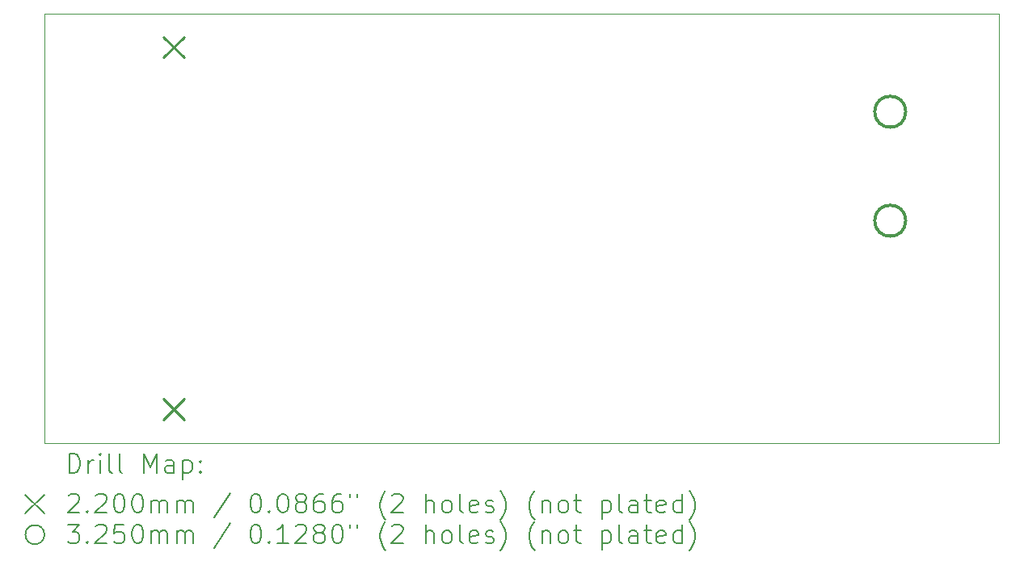
<source format=gbr>
%TF.GenerationSoftware,KiCad,Pcbnew,8.0.1*%
%TF.CreationDate,2024-04-14T22:29:58+02:00*%
%TF.ProjectId,ETH16CDAQ1,45544831-3643-4444-9151-312e6b696361,rev?*%
%TF.SameCoordinates,Original*%
%TF.FileFunction,Drillmap*%
%TF.FilePolarity,Positive*%
%FSLAX45Y45*%
G04 Gerber Fmt 4.5, Leading zero omitted, Abs format (unit mm)*
G04 Created by KiCad (PCBNEW 8.0.1) date 2024-04-14 22:29:58*
%MOMM*%
%LPD*%
G01*
G04 APERTURE LIST*
%ADD10C,0.050000*%
%ADD11C,0.200000*%
%ADD12C,0.220000*%
%ADD13C,0.325000*%
G04 APERTURE END LIST*
D10*
X10000000Y-7800000D02*
X20000000Y-7800000D01*
X20000000Y-12300000D01*
X10000000Y-12300000D01*
X10000000Y-7800000D01*
D11*
D12*
X11240000Y-8040000D02*
X11460000Y-8260000D01*
X11460000Y-8040000D02*
X11240000Y-8260000D01*
X11240000Y-11840000D02*
X11460000Y-12060000D01*
X11460000Y-11840000D02*
X11240000Y-12060000D01*
D13*
X19020500Y-8826500D02*
G75*
G02*
X18695500Y-8826500I-162500J0D01*
G01*
X18695500Y-8826500D02*
G75*
G02*
X19020500Y-8826500I162500J0D01*
G01*
X19020500Y-9969500D02*
G75*
G02*
X18695500Y-9969500I-162500J0D01*
G01*
X18695500Y-9969500D02*
G75*
G02*
X19020500Y-9969500I162500J0D01*
G01*
D11*
X10258277Y-12613984D02*
X10258277Y-12413984D01*
X10258277Y-12413984D02*
X10305896Y-12413984D01*
X10305896Y-12413984D02*
X10334467Y-12423508D01*
X10334467Y-12423508D02*
X10353515Y-12442555D01*
X10353515Y-12442555D02*
X10363039Y-12461603D01*
X10363039Y-12461603D02*
X10372563Y-12499698D01*
X10372563Y-12499698D02*
X10372563Y-12528269D01*
X10372563Y-12528269D02*
X10363039Y-12566365D01*
X10363039Y-12566365D02*
X10353515Y-12585412D01*
X10353515Y-12585412D02*
X10334467Y-12604460D01*
X10334467Y-12604460D02*
X10305896Y-12613984D01*
X10305896Y-12613984D02*
X10258277Y-12613984D01*
X10458277Y-12613984D02*
X10458277Y-12480650D01*
X10458277Y-12518746D02*
X10467801Y-12499698D01*
X10467801Y-12499698D02*
X10477324Y-12490174D01*
X10477324Y-12490174D02*
X10496372Y-12480650D01*
X10496372Y-12480650D02*
X10515420Y-12480650D01*
X10582086Y-12613984D02*
X10582086Y-12480650D01*
X10582086Y-12413984D02*
X10572563Y-12423508D01*
X10572563Y-12423508D02*
X10582086Y-12433031D01*
X10582086Y-12433031D02*
X10591610Y-12423508D01*
X10591610Y-12423508D02*
X10582086Y-12413984D01*
X10582086Y-12413984D02*
X10582086Y-12433031D01*
X10705896Y-12613984D02*
X10686848Y-12604460D01*
X10686848Y-12604460D02*
X10677324Y-12585412D01*
X10677324Y-12585412D02*
X10677324Y-12413984D01*
X10810658Y-12613984D02*
X10791610Y-12604460D01*
X10791610Y-12604460D02*
X10782086Y-12585412D01*
X10782086Y-12585412D02*
X10782086Y-12413984D01*
X11039229Y-12613984D02*
X11039229Y-12413984D01*
X11039229Y-12413984D02*
X11105896Y-12556841D01*
X11105896Y-12556841D02*
X11172563Y-12413984D01*
X11172563Y-12413984D02*
X11172563Y-12613984D01*
X11353515Y-12613984D02*
X11353515Y-12509222D01*
X11353515Y-12509222D02*
X11343991Y-12490174D01*
X11343991Y-12490174D02*
X11324943Y-12480650D01*
X11324943Y-12480650D02*
X11286848Y-12480650D01*
X11286848Y-12480650D02*
X11267801Y-12490174D01*
X11353515Y-12604460D02*
X11334467Y-12613984D01*
X11334467Y-12613984D02*
X11286848Y-12613984D01*
X11286848Y-12613984D02*
X11267801Y-12604460D01*
X11267801Y-12604460D02*
X11258277Y-12585412D01*
X11258277Y-12585412D02*
X11258277Y-12566365D01*
X11258277Y-12566365D02*
X11267801Y-12547317D01*
X11267801Y-12547317D02*
X11286848Y-12537793D01*
X11286848Y-12537793D02*
X11334467Y-12537793D01*
X11334467Y-12537793D02*
X11353515Y-12528269D01*
X11448753Y-12480650D02*
X11448753Y-12680650D01*
X11448753Y-12490174D02*
X11467801Y-12480650D01*
X11467801Y-12480650D02*
X11505896Y-12480650D01*
X11505896Y-12480650D02*
X11524943Y-12490174D01*
X11524943Y-12490174D02*
X11534467Y-12499698D01*
X11534467Y-12499698D02*
X11543991Y-12518746D01*
X11543991Y-12518746D02*
X11543991Y-12575888D01*
X11543991Y-12575888D02*
X11534467Y-12594936D01*
X11534467Y-12594936D02*
X11524943Y-12604460D01*
X11524943Y-12604460D02*
X11505896Y-12613984D01*
X11505896Y-12613984D02*
X11467801Y-12613984D01*
X11467801Y-12613984D02*
X11448753Y-12604460D01*
X11629705Y-12594936D02*
X11639229Y-12604460D01*
X11639229Y-12604460D02*
X11629705Y-12613984D01*
X11629705Y-12613984D02*
X11620182Y-12604460D01*
X11620182Y-12604460D02*
X11629705Y-12594936D01*
X11629705Y-12594936D02*
X11629705Y-12613984D01*
X11629705Y-12490174D02*
X11639229Y-12499698D01*
X11639229Y-12499698D02*
X11629705Y-12509222D01*
X11629705Y-12509222D02*
X11620182Y-12499698D01*
X11620182Y-12499698D02*
X11629705Y-12490174D01*
X11629705Y-12490174D02*
X11629705Y-12509222D01*
X9797500Y-12842500D02*
X9997500Y-13042500D01*
X9997500Y-12842500D02*
X9797500Y-13042500D01*
X10248753Y-12853031D02*
X10258277Y-12843508D01*
X10258277Y-12843508D02*
X10277324Y-12833984D01*
X10277324Y-12833984D02*
X10324944Y-12833984D01*
X10324944Y-12833984D02*
X10343991Y-12843508D01*
X10343991Y-12843508D02*
X10353515Y-12853031D01*
X10353515Y-12853031D02*
X10363039Y-12872079D01*
X10363039Y-12872079D02*
X10363039Y-12891127D01*
X10363039Y-12891127D02*
X10353515Y-12919698D01*
X10353515Y-12919698D02*
X10239229Y-13033984D01*
X10239229Y-13033984D02*
X10363039Y-13033984D01*
X10448753Y-13014936D02*
X10458277Y-13024460D01*
X10458277Y-13024460D02*
X10448753Y-13033984D01*
X10448753Y-13033984D02*
X10439229Y-13024460D01*
X10439229Y-13024460D02*
X10448753Y-13014936D01*
X10448753Y-13014936D02*
X10448753Y-13033984D01*
X10534467Y-12853031D02*
X10543991Y-12843508D01*
X10543991Y-12843508D02*
X10563039Y-12833984D01*
X10563039Y-12833984D02*
X10610658Y-12833984D01*
X10610658Y-12833984D02*
X10629705Y-12843508D01*
X10629705Y-12843508D02*
X10639229Y-12853031D01*
X10639229Y-12853031D02*
X10648753Y-12872079D01*
X10648753Y-12872079D02*
X10648753Y-12891127D01*
X10648753Y-12891127D02*
X10639229Y-12919698D01*
X10639229Y-12919698D02*
X10524944Y-13033984D01*
X10524944Y-13033984D02*
X10648753Y-13033984D01*
X10772563Y-12833984D02*
X10791610Y-12833984D01*
X10791610Y-12833984D02*
X10810658Y-12843508D01*
X10810658Y-12843508D02*
X10820182Y-12853031D01*
X10820182Y-12853031D02*
X10829705Y-12872079D01*
X10829705Y-12872079D02*
X10839229Y-12910174D01*
X10839229Y-12910174D02*
X10839229Y-12957793D01*
X10839229Y-12957793D02*
X10829705Y-12995888D01*
X10829705Y-12995888D02*
X10820182Y-13014936D01*
X10820182Y-13014936D02*
X10810658Y-13024460D01*
X10810658Y-13024460D02*
X10791610Y-13033984D01*
X10791610Y-13033984D02*
X10772563Y-13033984D01*
X10772563Y-13033984D02*
X10753515Y-13024460D01*
X10753515Y-13024460D02*
X10743991Y-13014936D01*
X10743991Y-13014936D02*
X10734467Y-12995888D01*
X10734467Y-12995888D02*
X10724944Y-12957793D01*
X10724944Y-12957793D02*
X10724944Y-12910174D01*
X10724944Y-12910174D02*
X10734467Y-12872079D01*
X10734467Y-12872079D02*
X10743991Y-12853031D01*
X10743991Y-12853031D02*
X10753515Y-12843508D01*
X10753515Y-12843508D02*
X10772563Y-12833984D01*
X10963039Y-12833984D02*
X10982086Y-12833984D01*
X10982086Y-12833984D02*
X11001134Y-12843508D01*
X11001134Y-12843508D02*
X11010658Y-12853031D01*
X11010658Y-12853031D02*
X11020182Y-12872079D01*
X11020182Y-12872079D02*
X11029705Y-12910174D01*
X11029705Y-12910174D02*
X11029705Y-12957793D01*
X11029705Y-12957793D02*
X11020182Y-12995888D01*
X11020182Y-12995888D02*
X11010658Y-13014936D01*
X11010658Y-13014936D02*
X11001134Y-13024460D01*
X11001134Y-13024460D02*
X10982086Y-13033984D01*
X10982086Y-13033984D02*
X10963039Y-13033984D01*
X10963039Y-13033984D02*
X10943991Y-13024460D01*
X10943991Y-13024460D02*
X10934467Y-13014936D01*
X10934467Y-13014936D02*
X10924944Y-12995888D01*
X10924944Y-12995888D02*
X10915420Y-12957793D01*
X10915420Y-12957793D02*
X10915420Y-12910174D01*
X10915420Y-12910174D02*
X10924944Y-12872079D01*
X10924944Y-12872079D02*
X10934467Y-12853031D01*
X10934467Y-12853031D02*
X10943991Y-12843508D01*
X10943991Y-12843508D02*
X10963039Y-12833984D01*
X11115420Y-13033984D02*
X11115420Y-12900650D01*
X11115420Y-12919698D02*
X11124944Y-12910174D01*
X11124944Y-12910174D02*
X11143991Y-12900650D01*
X11143991Y-12900650D02*
X11172563Y-12900650D01*
X11172563Y-12900650D02*
X11191610Y-12910174D01*
X11191610Y-12910174D02*
X11201134Y-12929222D01*
X11201134Y-12929222D02*
X11201134Y-13033984D01*
X11201134Y-12929222D02*
X11210658Y-12910174D01*
X11210658Y-12910174D02*
X11229705Y-12900650D01*
X11229705Y-12900650D02*
X11258277Y-12900650D01*
X11258277Y-12900650D02*
X11277324Y-12910174D01*
X11277324Y-12910174D02*
X11286848Y-12929222D01*
X11286848Y-12929222D02*
X11286848Y-13033984D01*
X11382086Y-13033984D02*
X11382086Y-12900650D01*
X11382086Y-12919698D02*
X11391610Y-12910174D01*
X11391610Y-12910174D02*
X11410658Y-12900650D01*
X11410658Y-12900650D02*
X11439229Y-12900650D01*
X11439229Y-12900650D02*
X11458277Y-12910174D01*
X11458277Y-12910174D02*
X11467801Y-12929222D01*
X11467801Y-12929222D02*
X11467801Y-13033984D01*
X11467801Y-12929222D02*
X11477324Y-12910174D01*
X11477324Y-12910174D02*
X11496372Y-12900650D01*
X11496372Y-12900650D02*
X11524943Y-12900650D01*
X11524943Y-12900650D02*
X11543991Y-12910174D01*
X11543991Y-12910174D02*
X11553515Y-12929222D01*
X11553515Y-12929222D02*
X11553515Y-13033984D01*
X11943991Y-12824460D02*
X11772563Y-13081603D01*
X12201134Y-12833984D02*
X12220182Y-12833984D01*
X12220182Y-12833984D02*
X12239229Y-12843508D01*
X12239229Y-12843508D02*
X12248753Y-12853031D01*
X12248753Y-12853031D02*
X12258277Y-12872079D01*
X12258277Y-12872079D02*
X12267801Y-12910174D01*
X12267801Y-12910174D02*
X12267801Y-12957793D01*
X12267801Y-12957793D02*
X12258277Y-12995888D01*
X12258277Y-12995888D02*
X12248753Y-13014936D01*
X12248753Y-13014936D02*
X12239229Y-13024460D01*
X12239229Y-13024460D02*
X12220182Y-13033984D01*
X12220182Y-13033984D02*
X12201134Y-13033984D01*
X12201134Y-13033984D02*
X12182086Y-13024460D01*
X12182086Y-13024460D02*
X12172563Y-13014936D01*
X12172563Y-13014936D02*
X12163039Y-12995888D01*
X12163039Y-12995888D02*
X12153515Y-12957793D01*
X12153515Y-12957793D02*
X12153515Y-12910174D01*
X12153515Y-12910174D02*
X12163039Y-12872079D01*
X12163039Y-12872079D02*
X12172563Y-12853031D01*
X12172563Y-12853031D02*
X12182086Y-12843508D01*
X12182086Y-12843508D02*
X12201134Y-12833984D01*
X12353515Y-13014936D02*
X12363039Y-13024460D01*
X12363039Y-13024460D02*
X12353515Y-13033984D01*
X12353515Y-13033984D02*
X12343991Y-13024460D01*
X12343991Y-13024460D02*
X12353515Y-13014936D01*
X12353515Y-13014936D02*
X12353515Y-13033984D01*
X12486848Y-12833984D02*
X12505896Y-12833984D01*
X12505896Y-12833984D02*
X12524944Y-12843508D01*
X12524944Y-12843508D02*
X12534467Y-12853031D01*
X12534467Y-12853031D02*
X12543991Y-12872079D01*
X12543991Y-12872079D02*
X12553515Y-12910174D01*
X12553515Y-12910174D02*
X12553515Y-12957793D01*
X12553515Y-12957793D02*
X12543991Y-12995888D01*
X12543991Y-12995888D02*
X12534467Y-13014936D01*
X12534467Y-13014936D02*
X12524944Y-13024460D01*
X12524944Y-13024460D02*
X12505896Y-13033984D01*
X12505896Y-13033984D02*
X12486848Y-13033984D01*
X12486848Y-13033984D02*
X12467801Y-13024460D01*
X12467801Y-13024460D02*
X12458277Y-13014936D01*
X12458277Y-13014936D02*
X12448753Y-12995888D01*
X12448753Y-12995888D02*
X12439229Y-12957793D01*
X12439229Y-12957793D02*
X12439229Y-12910174D01*
X12439229Y-12910174D02*
X12448753Y-12872079D01*
X12448753Y-12872079D02*
X12458277Y-12853031D01*
X12458277Y-12853031D02*
X12467801Y-12843508D01*
X12467801Y-12843508D02*
X12486848Y-12833984D01*
X12667801Y-12919698D02*
X12648753Y-12910174D01*
X12648753Y-12910174D02*
X12639229Y-12900650D01*
X12639229Y-12900650D02*
X12629706Y-12881603D01*
X12629706Y-12881603D02*
X12629706Y-12872079D01*
X12629706Y-12872079D02*
X12639229Y-12853031D01*
X12639229Y-12853031D02*
X12648753Y-12843508D01*
X12648753Y-12843508D02*
X12667801Y-12833984D01*
X12667801Y-12833984D02*
X12705896Y-12833984D01*
X12705896Y-12833984D02*
X12724944Y-12843508D01*
X12724944Y-12843508D02*
X12734467Y-12853031D01*
X12734467Y-12853031D02*
X12743991Y-12872079D01*
X12743991Y-12872079D02*
X12743991Y-12881603D01*
X12743991Y-12881603D02*
X12734467Y-12900650D01*
X12734467Y-12900650D02*
X12724944Y-12910174D01*
X12724944Y-12910174D02*
X12705896Y-12919698D01*
X12705896Y-12919698D02*
X12667801Y-12919698D01*
X12667801Y-12919698D02*
X12648753Y-12929222D01*
X12648753Y-12929222D02*
X12639229Y-12938746D01*
X12639229Y-12938746D02*
X12629706Y-12957793D01*
X12629706Y-12957793D02*
X12629706Y-12995888D01*
X12629706Y-12995888D02*
X12639229Y-13014936D01*
X12639229Y-13014936D02*
X12648753Y-13024460D01*
X12648753Y-13024460D02*
X12667801Y-13033984D01*
X12667801Y-13033984D02*
X12705896Y-13033984D01*
X12705896Y-13033984D02*
X12724944Y-13024460D01*
X12724944Y-13024460D02*
X12734467Y-13014936D01*
X12734467Y-13014936D02*
X12743991Y-12995888D01*
X12743991Y-12995888D02*
X12743991Y-12957793D01*
X12743991Y-12957793D02*
X12734467Y-12938746D01*
X12734467Y-12938746D02*
X12724944Y-12929222D01*
X12724944Y-12929222D02*
X12705896Y-12919698D01*
X12915420Y-12833984D02*
X12877325Y-12833984D01*
X12877325Y-12833984D02*
X12858277Y-12843508D01*
X12858277Y-12843508D02*
X12848753Y-12853031D01*
X12848753Y-12853031D02*
X12829706Y-12881603D01*
X12829706Y-12881603D02*
X12820182Y-12919698D01*
X12820182Y-12919698D02*
X12820182Y-12995888D01*
X12820182Y-12995888D02*
X12829706Y-13014936D01*
X12829706Y-13014936D02*
X12839229Y-13024460D01*
X12839229Y-13024460D02*
X12858277Y-13033984D01*
X12858277Y-13033984D02*
X12896372Y-13033984D01*
X12896372Y-13033984D02*
X12915420Y-13024460D01*
X12915420Y-13024460D02*
X12924944Y-13014936D01*
X12924944Y-13014936D02*
X12934467Y-12995888D01*
X12934467Y-12995888D02*
X12934467Y-12948269D01*
X12934467Y-12948269D02*
X12924944Y-12929222D01*
X12924944Y-12929222D02*
X12915420Y-12919698D01*
X12915420Y-12919698D02*
X12896372Y-12910174D01*
X12896372Y-12910174D02*
X12858277Y-12910174D01*
X12858277Y-12910174D02*
X12839229Y-12919698D01*
X12839229Y-12919698D02*
X12829706Y-12929222D01*
X12829706Y-12929222D02*
X12820182Y-12948269D01*
X13105896Y-12833984D02*
X13067801Y-12833984D01*
X13067801Y-12833984D02*
X13048753Y-12843508D01*
X13048753Y-12843508D02*
X13039229Y-12853031D01*
X13039229Y-12853031D02*
X13020182Y-12881603D01*
X13020182Y-12881603D02*
X13010658Y-12919698D01*
X13010658Y-12919698D02*
X13010658Y-12995888D01*
X13010658Y-12995888D02*
X13020182Y-13014936D01*
X13020182Y-13014936D02*
X13029706Y-13024460D01*
X13029706Y-13024460D02*
X13048753Y-13033984D01*
X13048753Y-13033984D02*
X13086848Y-13033984D01*
X13086848Y-13033984D02*
X13105896Y-13024460D01*
X13105896Y-13024460D02*
X13115420Y-13014936D01*
X13115420Y-13014936D02*
X13124944Y-12995888D01*
X13124944Y-12995888D02*
X13124944Y-12948269D01*
X13124944Y-12948269D02*
X13115420Y-12929222D01*
X13115420Y-12929222D02*
X13105896Y-12919698D01*
X13105896Y-12919698D02*
X13086848Y-12910174D01*
X13086848Y-12910174D02*
X13048753Y-12910174D01*
X13048753Y-12910174D02*
X13029706Y-12919698D01*
X13029706Y-12919698D02*
X13020182Y-12929222D01*
X13020182Y-12929222D02*
X13010658Y-12948269D01*
X13201134Y-12833984D02*
X13201134Y-12872079D01*
X13277325Y-12833984D02*
X13277325Y-12872079D01*
X13572563Y-13110174D02*
X13563039Y-13100650D01*
X13563039Y-13100650D02*
X13543991Y-13072079D01*
X13543991Y-13072079D02*
X13534468Y-13053031D01*
X13534468Y-13053031D02*
X13524944Y-13024460D01*
X13524944Y-13024460D02*
X13515420Y-12976841D01*
X13515420Y-12976841D02*
X13515420Y-12938746D01*
X13515420Y-12938746D02*
X13524944Y-12891127D01*
X13524944Y-12891127D02*
X13534468Y-12862555D01*
X13534468Y-12862555D02*
X13543991Y-12843508D01*
X13543991Y-12843508D02*
X13563039Y-12814936D01*
X13563039Y-12814936D02*
X13572563Y-12805412D01*
X13639229Y-12853031D02*
X13648753Y-12843508D01*
X13648753Y-12843508D02*
X13667801Y-12833984D01*
X13667801Y-12833984D02*
X13715420Y-12833984D01*
X13715420Y-12833984D02*
X13734468Y-12843508D01*
X13734468Y-12843508D02*
X13743991Y-12853031D01*
X13743991Y-12853031D02*
X13753515Y-12872079D01*
X13753515Y-12872079D02*
X13753515Y-12891127D01*
X13753515Y-12891127D02*
X13743991Y-12919698D01*
X13743991Y-12919698D02*
X13629706Y-13033984D01*
X13629706Y-13033984D02*
X13753515Y-13033984D01*
X13991610Y-13033984D02*
X13991610Y-12833984D01*
X14077325Y-13033984D02*
X14077325Y-12929222D01*
X14077325Y-12929222D02*
X14067801Y-12910174D01*
X14067801Y-12910174D02*
X14048753Y-12900650D01*
X14048753Y-12900650D02*
X14020182Y-12900650D01*
X14020182Y-12900650D02*
X14001134Y-12910174D01*
X14001134Y-12910174D02*
X13991610Y-12919698D01*
X14201134Y-13033984D02*
X14182087Y-13024460D01*
X14182087Y-13024460D02*
X14172563Y-13014936D01*
X14172563Y-13014936D02*
X14163039Y-12995888D01*
X14163039Y-12995888D02*
X14163039Y-12938746D01*
X14163039Y-12938746D02*
X14172563Y-12919698D01*
X14172563Y-12919698D02*
X14182087Y-12910174D01*
X14182087Y-12910174D02*
X14201134Y-12900650D01*
X14201134Y-12900650D02*
X14229706Y-12900650D01*
X14229706Y-12900650D02*
X14248753Y-12910174D01*
X14248753Y-12910174D02*
X14258277Y-12919698D01*
X14258277Y-12919698D02*
X14267801Y-12938746D01*
X14267801Y-12938746D02*
X14267801Y-12995888D01*
X14267801Y-12995888D02*
X14258277Y-13014936D01*
X14258277Y-13014936D02*
X14248753Y-13024460D01*
X14248753Y-13024460D02*
X14229706Y-13033984D01*
X14229706Y-13033984D02*
X14201134Y-13033984D01*
X14382087Y-13033984D02*
X14363039Y-13024460D01*
X14363039Y-13024460D02*
X14353515Y-13005412D01*
X14353515Y-13005412D02*
X14353515Y-12833984D01*
X14534468Y-13024460D02*
X14515420Y-13033984D01*
X14515420Y-13033984D02*
X14477325Y-13033984D01*
X14477325Y-13033984D02*
X14458277Y-13024460D01*
X14458277Y-13024460D02*
X14448753Y-13005412D01*
X14448753Y-13005412D02*
X14448753Y-12929222D01*
X14448753Y-12929222D02*
X14458277Y-12910174D01*
X14458277Y-12910174D02*
X14477325Y-12900650D01*
X14477325Y-12900650D02*
X14515420Y-12900650D01*
X14515420Y-12900650D02*
X14534468Y-12910174D01*
X14534468Y-12910174D02*
X14543991Y-12929222D01*
X14543991Y-12929222D02*
X14543991Y-12948269D01*
X14543991Y-12948269D02*
X14448753Y-12967317D01*
X14620182Y-13024460D02*
X14639230Y-13033984D01*
X14639230Y-13033984D02*
X14677325Y-13033984D01*
X14677325Y-13033984D02*
X14696372Y-13024460D01*
X14696372Y-13024460D02*
X14705896Y-13005412D01*
X14705896Y-13005412D02*
X14705896Y-12995888D01*
X14705896Y-12995888D02*
X14696372Y-12976841D01*
X14696372Y-12976841D02*
X14677325Y-12967317D01*
X14677325Y-12967317D02*
X14648753Y-12967317D01*
X14648753Y-12967317D02*
X14629706Y-12957793D01*
X14629706Y-12957793D02*
X14620182Y-12938746D01*
X14620182Y-12938746D02*
X14620182Y-12929222D01*
X14620182Y-12929222D02*
X14629706Y-12910174D01*
X14629706Y-12910174D02*
X14648753Y-12900650D01*
X14648753Y-12900650D02*
X14677325Y-12900650D01*
X14677325Y-12900650D02*
X14696372Y-12910174D01*
X14772563Y-13110174D02*
X14782087Y-13100650D01*
X14782087Y-13100650D02*
X14801134Y-13072079D01*
X14801134Y-13072079D02*
X14810658Y-13053031D01*
X14810658Y-13053031D02*
X14820182Y-13024460D01*
X14820182Y-13024460D02*
X14829706Y-12976841D01*
X14829706Y-12976841D02*
X14829706Y-12938746D01*
X14829706Y-12938746D02*
X14820182Y-12891127D01*
X14820182Y-12891127D02*
X14810658Y-12862555D01*
X14810658Y-12862555D02*
X14801134Y-12843508D01*
X14801134Y-12843508D02*
X14782087Y-12814936D01*
X14782087Y-12814936D02*
X14772563Y-12805412D01*
X15134468Y-13110174D02*
X15124944Y-13100650D01*
X15124944Y-13100650D02*
X15105896Y-13072079D01*
X15105896Y-13072079D02*
X15096372Y-13053031D01*
X15096372Y-13053031D02*
X15086849Y-13024460D01*
X15086849Y-13024460D02*
X15077325Y-12976841D01*
X15077325Y-12976841D02*
X15077325Y-12938746D01*
X15077325Y-12938746D02*
X15086849Y-12891127D01*
X15086849Y-12891127D02*
X15096372Y-12862555D01*
X15096372Y-12862555D02*
X15105896Y-12843508D01*
X15105896Y-12843508D02*
X15124944Y-12814936D01*
X15124944Y-12814936D02*
X15134468Y-12805412D01*
X15210658Y-12900650D02*
X15210658Y-13033984D01*
X15210658Y-12919698D02*
X15220182Y-12910174D01*
X15220182Y-12910174D02*
X15239230Y-12900650D01*
X15239230Y-12900650D02*
X15267801Y-12900650D01*
X15267801Y-12900650D02*
X15286849Y-12910174D01*
X15286849Y-12910174D02*
X15296372Y-12929222D01*
X15296372Y-12929222D02*
X15296372Y-13033984D01*
X15420182Y-13033984D02*
X15401134Y-13024460D01*
X15401134Y-13024460D02*
X15391611Y-13014936D01*
X15391611Y-13014936D02*
X15382087Y-12995888D01*
X15382087Y-12995888D02*
X15382087Y-12938746D01*
X15382087Y-12938746D02*
X15391611Y-12919698D01*
X15391611Y-12919698D02*
X15401134Y-12910174D01*
X15401134Y-12910174D02*
X15420182Y-12900650D01*
X15420182Y-12900650D02*
X15448753Y-12900650D01*
X15448753Y-12900650D02*
X15467801Y-12910174D01*
X15467801Y-12910174D02*
X15477325Y-12919698D01*
X15477325Y-12919698D02*
X15486849Y-12938746D01*
X15486849Y-12938746D02*
X15486849Y-12995888D01*
X15486849Y-12995888D02*
X15477325Y-13014936D01*
X15477325Y-13014936D02*
X15467801Y-13024460D01*
X15467801Y-13024460D02*
X15448753Y-13033984D01*
X15448753Y-13033984D02*
X15420182Y-13033984D01*
X15543992Y-12900650D02*
X15620182Y-12900650D01*
X15572563Y-12833984D02*
X15572563Y-13005412D01*
X15572563Y-13005412D02*
X15582087Y-13024460D01*
X15582087Y-13024460D02*
X15601134Y-13033984D01*
X15601134Y-13033984D02*
X15620182Y-13033984D01*
X15839230Y-12900650D02*
X15839230Y-13100650D01*
X15839230Y-12910174D02*
X15858277Y-12900650D01*
X15858277Y-12900650D02*
X15896373Y-12900650D01*
X15896373Y-12900650D02*
X15915420Y-12910174D01*
X15915420Y-12910174D02*
X15924944Y-12919698D01*
X15924944Y-12919698D02*
X15934468Y-12938746D01*
X15934468Y-12938746D02*
X15934468Y-12995888D01*
X15934468Y-12995888D02*
X15924944Y-13014936D01*
X15924944Y-13014936D02*
X15915420Y-13024460D01*
X15915420Y-13024460D02*
X15896373Y-13033984D01*
X15896373Y-13033984D02*
X15858277Y-13033984D01*
X15858277Y-13033984D02*
X15839230Y-13024460D01*
X16048753Y-13033984D02*
X16029706Y-13024460D01*
X16029706Y-13024460D02*
X16020182Y-13005412D01*
X16020182Y-13005412D02*
X16020182Y-12833984D01*
X16210658Y-13033984D02*
X16210658Y-12929222D01*
X16210658Y-12929222D02*
X16201134Y-12910174D01*
X16201134Y-12910174D02*
X16182087Y-12900650D01*
X16182087Y-12900650D02*
X16143992Y-12900650D01*
X16143992Y-12900650D02*
X16124944Y-12910174D01*
X16210658Y-13024460D02*
X16191611Y-13033984D01*
X16191611Y-13033984D02*
X16143992Y-13033984D01*
X16143992Y-13033984D02*
X16124944Y-13024460D01*
X16124944Y-13024460D02*
X16115420Y-13005412D01*
X16115420Y-13005412D02*
X16115420Y-12986365D01*
X16115420Y-12986365D02*
X16124944Y-12967317D01*
X16124944Y-12967317D02*
X16143992Y-12957793D01*
X16143992Y-12957793D02*
X16191611Y-12957793D01*
X16191611Y-12957793D02*
X16210658Y-12948269D01*
X16277325Y-12900650D02*
X16353515Y-12900650D01*
X16305896Y-12833984D02*
X16305896Y-13005412D01*
X16305896Y-13005412D02*
X16315420Y-13024460D01*
X16315420Y-13024460D02*
X16334468Y-13033984D01*
X16334468Y-13033984D02*
X16353515Y-13033984D01*
X16496373Y-13024460D02*
X16477325Y-13033984D01*
X16477325Y-13033984D02*
X16439230Y-13033984D01*
X16439230Y-13033984D02*
X16420182Y-13024460D01*
X16420182Y-13024460D02*
X16410658Y-13005412D01*
X16410658Y-13005412D02*
X16410658Y-12929222D01*
X16410658Y-12929222D02*
X16420182Y-12910174D01*
X16420182Y-12910174D02*
X16439230Y-12900650D01*
X16439230Y-12900650D02*
X16477325Y-12900650D01*
X16477325Y-12900650D02*
X16496373Y-12910174D01*
X16496373Y-12910174D02*
X16505896Y-12929222D01*
X16505896Y-12929222D02*
X16505896Y-12948269D01*
X16505896Y-12948269D02*
X16410658Y-12967317D01*
X16677325Y-13033984D02*
X16677325Y-12833984D01*
X16677325Y-13024460D02*
X16658277Y-13033984D01*
X16658277Y-13033984D02*
X16620182Y-13033984D01*
X16620182Y-13033984D02*
X16601134Y-13024460D01*
X16601134Y-13024460D02*
X16591611Y-13014936D01*
X16591611Y-13014936D02*
X16582087Y-12995888D01*
X16582087Y-12995888D02*
X16582087Y-12938746D01*
X16582087Y-12938746D02*
X16591611Y-12919698D01*
X16591611Y-12919698D02*
X16601134Y-12910174D01*
X16601134Y-12910174D02*
X16620182Y-12900650D01*
X16620182Y-12900650D02*
X16658277Y-12900650D01*
X16658277Y-12900650D02*
X16677325Y-12910174D01*
X16753515Y-13110174D02*
X16763039Y-13100650D01*
X16763039Y-13100650D02*
X16782087Y-13072079D01*
X16782087Y-13072079D02*
X16791611Y-13053031D01*
X16791611Y-13053031D02*
X16801135Y-13024460D01*
X16801135Y-13024460D02*
X16810658Y-12976841D01*
X16810658Y-12976841D02*
X16810658Y-12938746D01*
X16810658Y-12938746D02*
X16801135Y-12891127D01*
X16801135Y-12891127D02*
X16791611Y-12862555D01*
X16791611Y-12862555D02*
X16782087Y-12843508D01*
X16782087Y-12843508D02*
X16763039Y-12814936D01*
X16763039Y-12814936D02*
X16753515Y-12805412D01*
X9997500Y-13262500D02*
G75*
G02*
X9797500Y-13262500I-100000J0D01*
G01*
X9797500Y-13262500D02*
G75*
G02*
X9997500Y-13262500I100000J0D01*
G01*
X10239229Y-13153984D02*
X10363039Y-13153984D01*
X10363039Y-13153984D02*
X10296372Y-13230174D01*
X10296372Y-13230174D02*
X10324944Y-13230174D01*
X10324944Y-13230174D02*
X10343991Y-13239698D01*
X10343991Y-13239698D02*
X10353515Y-13249222D01*
X10353515Y-13249222D02*
X10363039Y-13268269D01*
X10363039Y-13268269D02*
X10363039Y-13315888D01*
X10363039Y-13315888D02*
X10353515Y-13334936D01*
X10353515Y-13334936D02*
X10343991Y-13344460D01*
X10343991Y-13344460D02*
X10324944Y-13353984D01*
X10324944Y-13353984D02*
X10267801Y-13353984D01*
X10267801Y-13353984D02*
X10248753Y-13344460D01*
X10248753Y-13344460D02*
X10239229Y-13334936D01*
X10448753Y-13334936D02*
X10458277Y-13344460D01*
X10458277Y-13344460D02*
X10448753Y-13353984D01*
X10448753Y-13353984D02*
X10439229Y-13344460D01*
X10439229Y-13344460D02*
X10448753Y-13334936D01*
X10448753Y-13334936D02*
X10448753Y-13353984D01*
X10534467Y-13173031D02*
X10543991Y-13163508D01*
X10543991Y-13163508D02*
X10563039Y-13153984D01*
X10563039Y-13153984D02*
X10610658Y-13153984D01*
X10610658Y-13153984D02*
X10629705Y-13163508D01*
X10629705Y-13163508D02*
X10639229Y-13173031D01*
X10639229Y-13173031D02*
X10648753Y-13192079D01*
X10648753Y-13192079D02*
X10648753Y-13211127D01*
X10648753Y-13211127D02*
X10639229Y-13239698D01*
X10639229Y-13239698D02*
X10524944Y-13353984D01*
X10524944Y-13353984D02*
X10648753Y-13353984D01*
X10829705Y-13153984D02*
X10734467Y-13153984D01*
X10734467Y-13153984D02*
X10724944Y-13249222D01*
X10724944Y-13249222D02*
X10734467Y-13239698D01*
X10734467Y-13239698D02*
X10753515Y-13230174D01*
X10753515Y-13230174D02*
X10801134Y-13230174D01*
X10801134Y-13230174D02*
X10820182Y-13239698D01*
X10820182Y-13239698D02*
X10829705Y-13249222D01*
X10829705Y-13249222D02*
X10839229Y-13268269D01*
X10839229Y-13268269D02*
X10839229Y-13315888D01*
X10839229Y-13315888D02*
X10829705Y-13334936D01*
X10829705Y-13334936D02*
X10820182Y-13344460D01*
X10820182Y-13344460D02*
X10801134Y-13353984D01*
X10801134Y-13353984D02*
X10753515Y-13353984D01*
X10753515Y-13353984D02*
X10734467Y-13344460D01*
X10734467Y-13344460D02*
X10724944Y-13334936D01*
X10963039Y-13153984D02*
X10982086Y-13153984D01*
X10982086Y-13153984D02*
X11001134Y-13163508D01*
X11001134Y-13163508D02*
X11010658Y-13173031D01*
X11010658Y-13173031D02*
X11020182Y-13192079D01*
X11020182Y-13192079D02*
X11029705Y-13230174D01*
X11029705Y-13230174D02*
X11029705Y-13277793D01*
X11029705Y-13277793D02*
X11020182Y-13315888D01*
X11020182Y-13315888D02*
X11010658Y-13334936D01*
X11010658Y-13334936D02*
X11001134Y-13344460D01*
X11001134Y-13344460D02*
X10982086Y-13353984D01*
X10982086Y-13353984D02*
X10963039Y-13353984D01*
X10963039Y-13353984D02*
X10943991Y-13344460D01*
X10943991Y-13344460D02*
X10934467Y-13334936D01*
X10934467Y-13334936D02*
X10924944Y-13315888D01*
X10924944Y-13315888D02*
X10915420Y-13277793D01*
X10915420Y-13277793D02*
X10915420Y-13230174D01*
X10915420Y-13230174D02*
X10924944Y-13192079D01*
X10924944Y-13192079D02*
X10934467Y-13173031D01*
X10934467Y-13173031D02*
X10943991Y-13163508D01*
X10943991Y-13163508D02*
X10963039Y-13153984D01*
X11115420Y-13353984D02*
X11115420Y-13220650D01*
X11115420Y-13239698D02*
X11124944Y-13230174D01*
X11124944Y-13230174D02*
X11143991Y-13220650D01*
X11143991Y-13220650D02*
X11172563Y-13220650D01*
X11172563Y-13220650D02*
X11191610Y-13230174D01*
X11191610Y-13230174D02*
X11201134Y-13249222D01*
X11201134Y-13249222D02*
X11201134Y-13353984D01*
X11201134Y-13249222D02*
X11210658Y-13230174D01*
X11210658Y-13230174D02*
X11229705Y-13220650D01*
X11229705Y-13220650D02*
X11258277Y-13220650D01*
X11258277Y-13220650D02*
X11277324Y-13230174D01*
X11277324Y-13230174D02*
X11286848Y-13249222D01*
X11286848Y-13249222D02*
X11286848Y-13353984D01*
X11382086Y-13353984D02*
X11382086Y-13220650D01*
X11382086Y-13239698D02*
X11391610Y-13230174D01*
X11391610Y-13230174D02*
X11410658Y-13220650D01*
X11410658Y-13220650D02*
X11439229Y-13220650D01*
X11439229Y-13220650D02*
X11458277Y-13230174D01*
X11458277Y-13230174D02*
X11467801Y-13249222D01*
X11467801Y-13249222D02*
X11467801Y-13353984D01*
X11467801Y-13249222D02*
X11477324Y-13230174D01*
X11477324Y-13230174D02*
X11496372Y-13220650D01*
X11496372Y-13220650D02*
X11524943Y-13220650D01*
X11524943Y-13220650D02*
X11543991Y-13230174D01*
X11543991Y-13230174D02*
X11553515Y-13249222D01*
X11553515Y-13249222D02*
X11553515Y-13353984D01*
X11943991Y-13144460D02*
X11772563Y-13401603D01*
X12201134Y-13153984D02*
X12220182Y-13153984D01*
X12220182Y-13153984D02*
X12239229Y-13163508D01*
X12239229Y-13163508D02*
X12248753Y-13173031D01*
X12248753Y-13173031D02*
X12258277Y-13192079D01*
X12258277Y-13192079D02*
X12267801Y-13230174D01*
X12267801Y-13230174D02*
X12267801Y-13277793D01*
X12267801Y-13277793D02*
X12258277Y-13315888D01*
X12258277Y-13315888D02*
X12248753Y-13334936D01*
X12248753Y-13334936D02*
X12239229Y-13344460D01*
X12239229Y-13344460D02*
X12220182Y-13353984D01*
X12220182Y-13353984D02*
X12201134Y-13353984D01*
X12201134Y-13353984D02*
X12182086Y-13344460D01*
X12182086Y-13344460D02*
X12172563Y-13334936D01*
X12172563Y-13334936D02*
X12163039Y-13315888D01*
X12163039Y-13315888D02*
X12153515Y-13277793D01*
X12153515Y-13277793D02*
X12153515Y-13230174D01*
X12153515Y-13230174D02*
X12163039Y-13192079D01*
X12163039Y-13192079D02*
X12172563Y-13173031D01*
X12172563Y-13173031D02*
X12182086Y-13163508D01*
X12182086Y-13163508D02*
X12201134Y-13153984D01*
X12353515Y-13334936D02*
X12363039Y-13344460D01*
X12363039Y-13344460D02*
X12353515Y-13353984D01*
X12353515Y-13353984D02*
X12343991Y-13344460D01*
X12343991Y-13344460D02*
X12353515Y-13334936D01*
X12353515Y-13334936D02*
X12353515Y-13353984D01*
X12553515Y-13353984D02*
X12439229Y-13353984D01*
X12496372Y-13353984D02*
X12496372Y-13153984D01*
X12496372Y-13153984D02*
X12477325Y-13182555D01*
X12477325Y-13182555D02*
X12458277Y-13201603D01*
X12458277Y-13201603D02*
X12439229Y-13211127D01*
X12629706Y-13173031D02*
X12639229Y-13163508D01*
X12639229Y-13163508D02*
X12658277Y-13153984D01*
X12658277Y-13153984D02*
X12705896Y-13153984D01*
X12705896Y-13153984D02*
X12724944Y-13163508D01*
X12724944Y-13163508D02*
X12734467Y-13173031D01*
X12734467Y-13173031D02*
X12743991Y-13192079D01*
X12743991Y-13192079D02*
X12743991Y-13211127D01*
X12743991Y-13211127D02*
X12734467Y-13239698D01*
X12734467Y-13239698D02*
X12620182Y-13353984D01*
X12620182Y-13353984D02*
X12743991Y-13353984D01*
X12858277Y-13239698D02*
X12839229Y-13230174D01*
X12839229Y-13230174D02*
X12829706Y-13220650D01*
X12829706Y-13220650D02*
X12820182Y-13201603D01*
X12820182Y-13201603D02*
X12820182Y-13192079D01*
X12820182Y-13192079D02*
X12829706Y-13173031D01*
X12829706Y-13173031D02*
X12839229Y-13163508D01*
X12839229Y-13163508D02*
X12858277Y-13153984D01*
X12858277Y-13153984D02*
X12896372Y-13153984D01*
X12896372Y-13153984D02*
X12915420Y-13163508D01*
X12915420Y-13163508D02*
X12924944Y-13173031D01*
X12924944Y-13173031D02*
X12934467Y-13192079D01*
X12934467Y-13192079D02*
X12934467Y-13201603D01*
X12934467Y-13201603D02*
X12924944Y-13220650D01*
X12924944Y-13220650D02*
X12915420Y-13230174D01*
X12915420Y-13230174D02*
X12896372Y-13239698D01*
X12896372Y-13239698D02*
X12858277Y-13239698D01*
X12858277Y-13239698D02*
X12839229Y-13249222D01*
X12839229Y-13249222D02*
X12829706Y-13258746D01*
X12829706Y-13258746D02*
X12820182Y-13277793D01*
X12820182Y-13277793D02*
X12820182Y-13315888D01*
X12820182Y-13315888D02*
X12829706Y-13334936D01*
X12829706Y-13334936D02*
X12839229Y-13344460D01*
X12839229Y-13344460D02*
X12858277Y-13353984D01*
X12858277Y-13353984D02*
X12896372Y-13353984D01*
X12896372Y-13353984D02*
X12915420Y-13344460D01*
X12915420Y-13344460D02*
X12924944Y-13334936D01*
X12924944Y-13334936D02*
X12934467Y-13315888D01*
X12934467Y-13315888D02*
X12934467Y-13277793D01*
X12934467Y-13277793D02*
X12924944Y-13258746D01*
X12924944Y-13258746D02*
X12915420Y-13249222D01*
X12915420Y-13249222D02*
X12896372Y-13239698D01*
X13058277Y-13153984D02*
X13077325Y-13153984D01*
X13077325Y-13153984D02*
X13096372Y-13163508D01*
X13096372Y-13163508D02*
X13105896Y-13173031D01*
X13105896Y-13173031D02*
X13115420Y-13192079D01*
X13115420Y-13192079D02*
X13124944Y-13230174D01*
X13124944Y-13230174D02*
X13124944Y-13277793D01*
X13124944Y-13277793D02*
X13115420Y-13315888D01*
X13115420Y-13315888D02*
X13105896Y-13334936D01*
X13105896Y-13334936D02*
X13096372Y-13344460D01*
X13096372Y-13344460D02*
X13077325Y-13353984D01*
X13077325Y-13353984D02*
X13058277Y-13353984D01*
X13058277Y-13353984D02*
X13039229Y-13344460D01*
X13039229Y-13344460D02*
X13029706Y-13334936D01*
X13029706Y-13334936D02*
X13020182Y-13315888D01*
X13020182Y-13315888D02*
X13010658Y-13277793D01*
X13010658Y-13277793D02*
X13010658Y-13230174D01*
X13010658Y-13230174D02*
X13020182Y-13192079D01*
X13020182Y-13192079D02*
X13029706Y-13173031D01*
X13029706Y-13173031D02*
X13039229Y-13163508D01*
X13039229Y-13163508D02*
X13058277Y-13153984D01*
X13201134Y-13153984D02*
X13201134Y-13192079D01*
X13277325Y-13153984D02*
X13277325Y-13192079D01*
X13572563Y-13430174D02*
X13563039Y-13420650D01*
X13563039Y-13420650D02*
X13543991Y-13392079D01*
X13543991Y-13392079D02*
X13534468Y-13373031D01*
X13534468Y-13373031D02*
X13524944Y-13344460D01*
X13524944Y-13344460D02*
X13515420Y-13296841D01*
X13515420Y-13296841D02*
X13515420Y-13258746D01*
X13515420Y-13258746D02*
X13524944Y-13211127D01*
X13524944Y-13211127D02*
X13534468Y-13182555D01*
X13534468Y-13182555D02*
X13543991Y-13163508D01*
X13543991Y-13163508D02*
X13563039Y-13134936D01*
X13563039Y-13134936D02*
X13572563Y-13125412D01*
X13639229Y-13173031D02*
X13648753Y-13163508D01*
X13648753Y-13163508D02*
X13667801Y-13153984D01*
X13667801Y-13153984D02*
X13715420Y-13153984D01*
X13715420Y-13153984D02*
X13734468Y-13163508D01*
X13734468Y-13163508D02*
X13743991Y-13173031D01*
X13743991Y-13173031D02*
X13753515Y-13192079D01*
X13753515Y-13192079D02*
X13753515Y-13211127D01*
X13753515Y-13211127D02*
X13743991Y-13239698D01*
X13743991Y-13239698D02*
X13629706Y-13353984D01*
X13629706Y-13353984D02*
X13753515Y-13353984D01*
X13991610Y-13353984D02*
X13991610Y-13153984D01*
X14077325Y-13353984D02*
X14077325Y-13249222D01*
X14077325Y-13249222D02*
X14067801Y-13230174D01*
X14067801Y-13230174D02*
X14048753Y-13220650D01*
X14048753Y-13220650D02*
X14020182Y-13220650D01*
X14020182Y-13220650D02*
X14001134Y-13230174D01*
X14001134Y-13230174D02*
X13991610Y-13239698D01*
X14201134Y-13353984D02*
X14182087Y-13344460D01*
X14182087Y-13344460D02*
X14172563Y-13334936D01*
X14172563Y-13334936D02*
X14163039Y-13315888D01*
X14163039Y-13315888D02*
X14163039Y-13258746D01*
X14163039Y-13258746D02*
X14172563Y-13239698D01*
X14172563Y-13239698D02*
X14182087Y-13230174D01*
X14182087Y-13230174D02*
X14201134Y-13220650D01*
X14201134Y-13220650D02*
X14229706Y-13220650D01*
X14229706Y-13220650D02*
X14248753Y-13230174D01*
X14248753Y-13230174D02*
X14258277Y-13239698D01*
X14258277Y-13239698D02*
X14267801Y-13258746D01*
X14267801Y-13258746D02*
X14267801Y-13315888D01*
X14267801Y-13315888D02*
X14258277Y-13334936D01*
X14258277Y-13334936D02*
X14248753Y-13344460D01*
X14248753Y-13344460D02*
X14229706Y-13353984D01*
X14229706Y-13353984D02*
X14201134Y-13353984D01*
X14382087Y-13353984D02*
X14363039Y-13344460D01*
X14363039Y-13344460D02*
X14353515Y-13325412D01*
X14353515Y-13325412D02*
X14353515Y-13153984D01*
X14534468Y-13344460D02*
X14515420Y-13353984D01*
X14515420Y-13353984D02*
X14477325Y-13353984D01*
X14477325Y-13353984D02*
X14458277Y-13344460D01*
X14458277Y-13344460D02*
X14448753Y-13325412D01*
X14448753Y-13325412D02*
X14448753Y-13249222D01*
X14448753Y-13249222D02*
X14458277Y-13230174D01*
X14458277Y-13230174D02*
X14477325Y-13220650D01*
X14477325Y-13220650D02*
X14515420Y-13220650D01*
X14515420Y-13220650D02*
X14534468Y-13230174D01*
X14534468Y-13230174D02*
X14543991Y-13249222D01*
X14543991Y-13249222D02*
X14543991Y-13268269D01*
X14543991Y-13268269D02*
X14448753Y-13287317D01*
X14620182Y-13344460D02*
X14639230Y-13353984D01*
X14639230Y-13353984D02*
X14677325Y-13353984D01*
X14677325Y-13353984D02*
X14696372Y-13344460D01*
X14696372Y-13344460D02*
X14705896Y-13325412D01*
X14705896Y-13325412D02*
X14705896Y-13315888D01*
X14705896Y-13315888D02*
X14696372Y-13296841D01*
X14696372Y-13296841D02*
X14677325Y-13287317D01*
X14677325Y-13287317D02*
X14648753Y-13287317D01*
X14648753Y-13287317D02*
X14629706Y-13277793D01*
X14629706Y-13277793D02*
X14620182Y-13258746D01*
X14620182Y-13258746D02*
X14620182Y-13249222D01*
X14620182Y-13249222D02*
X14629706Y-13230174D01*
X14629706Y-13230174D02*
X14648753Y-13220650D01*
X14648753Y-13220650D02*
X14677325Y-13220650D01*
X14677325Y-13220650D02*
X14696372Y-13230174D01*
X14772563Y-13430174D02*
X14782087Y-13420650D01*
X14782087Y-13420650D02*
X14801134Y-13392079D01*
X14801134Y-13392079D02*
X14810658Y-13373031D01*
X14810658Y-13373031D02*
X14820182Y-13344460D01*
X14820182Y-13344460D02*
X14829706Y-13296841D01*
X14829706Y-13296841D02*
X14829706Y-13258746D01*
X14829706Y-13258746D02*
X14820182Y-13211127D01*
X14820182Y-13211127D02*
X14810658Y-13182555D01*
X14810658Y-13182555D02*
X14801134Y-13163508D01*
X14801134Y-13163508D02*
X14782087Y-13134936D01*
X14782087Y-13134936D02*
X14772563Y-13125412D01*
X15134468Y-13430174D02*
X15124944Y-13420650D01*
X15124944Y-13420650D02*
X15105896Y-13392079D01*
X15105896Y-13392079D02*
X15096372Y-13373031D01*
X15096372Y-13373031D02*
X15086849Y-13344460D01*
X15086849Y-13344460D02*
X15077325Y-13296841D01*
X15077325Y-13296841D02*
X15077325Y-13258746D01*
X15077325Y-13258746D02*
X15086849Y-13211127D01*
X15086849Y-13211127D02*
X15096372Y-13182555D01*
X15096372Y-13182555D02*
X15105896Y-13163508D01*
X15105896Y-13163508D02*
X15124944Y-13134936D01*
X15124944Y-13134936D02*
X15134468Y-13125412D01*
X15210658Y-13220650D02*
X15210658Y-13353984D01*
X15210658Y-13239698D02*
X15220182Y-13230174D01*
X15220182Y-13230174D02*
X15239230Y-13220650D01*
X15239230Y-13220650D02*
X15267801Y-13220650D01*
X15267801Y-13220650D02*
X15286849Y-13230174D01*
X15286849Y-13230174D02*
X15296372Y-13249222D01*
X15296372Y-13249222D02*
X15296372Y-13353984D01*
X15420182Y-13353984D02*
X15401134Y-13344460D01*
X15401134Y-13344460D02*
X15391611Y-13334936D01*
X15391611Y-13334936D02*
X15382087Y-13315888D01*
X15382087Y-13315888D02*
X15382087Y-13258746D01*
X15382087Y-13258746D02*
X15391611Y-13239698D01*
X15391611Y-13239698D02*
X15401134Y-13230174D01*
X15401134Y-13230174D02*
X15420182Y-13220650D01*
X15420182Y-13220650D02*
X15448753Y-13220650D01*
X15448753Y-13220650D02*
X15467801Y-13230174D01*
X15467801Y-13230174D02*
X15477325Y-13239698D01*
X15477325Y-13239698D02*
X15486849Y-13258746D01*
X15486849Y-13258746D02*
X15486849Y-13315888D01*
X15486849Y-13315888D02*
X15477325Y-13334936D01*
X15477325Y-13334936D02*
X15467801Y-13344460D01*
X15467801Y-13344460D02*
X15448753Y-13353984D01*
X15448753Y-13353984D02*
X15420182Y-13353984D01*
X15543992Y-13220650D02*
X15620182Y-13220650D01*
X15572563Y-13153984D02*
X15572563Y-13325412D01*
X15572563Y-13325412D02*
X15582087Y-13344460D01*
X15582087Y-13344460D02*
X15601134Y-13353984D01*
X15601134Y-13353984D02*
X15620182Y-13353984D01*
X15839230Y-13220650D02*
X15839230Y-13420650D01*
X15839230Y-13230174D02*
X15858277Y-13220650D01*
X15858277Y-13220650D02*
X15896373Y-13220650D01*
X15896373Y-13220650D02*
X15915420Y-13230174D01*
X15915420Y-13230174D02*
X15924944Y-13239698D01*
X15924944Y-13239698D02*
X15934468Y-13258746D01*
X15934468Y-13258746D02*
X15934468Y-13315888D01*
X15934468Y-13315888D02*
X15924944Y-13334936D01*
X15924944Y-13334936D02*
X15915420Y-13344460D01*
X15915420Y-13344460D02*
X15896373Y-13353984D01*
X15896373Y-13353984D02*
X15858277Y-13353984D01*
X15858277Y-13353984D02*
X15839230Y-13344460D01*
X16048753Y-13353984D02*
X16029706Y-13344460D01*
X16029706Y-13344460D02*
X16020182Y-13325412D01*
X16020182Y-13325412D02*
X16020182Y-13153984D01*
X16210658Y-13353984D02*
X16210658Y-13249222D01*
X16210658Y-13249222D02*
X16201134Y-13230174D01*
X16201134Y-13230174D02*
X16182087Y-13220650D01*
X16182087Y-13220650D02*
X16143992Y-13220650D01*
X16143992Y-13220650D02*
X16124944Y-13230174D01*
X16210658Y-13344460D02*
X16191611Y-13353984D01*
X16191611Y-13353984D02*
X16143992Y-13353984D01*
X16143992Y-13353984D02*
X16124944Y-13344460D01*
X16124944Y-13344460D02*
X16115420Y-13325412D01*
X16115420Y-13325412D02*
X16115420Y-13306365D01*
X16115420Y-13306365D02*
X16124944Y-13287317D01*
X16124944Y-13287317D02*
X16143992Y-13277793D01*
X16143992Y-13277793D02*
X16191611Y-13277793D01*
X16191611Y-13277793D02*
X16210658Y-13268269D01*
X16277325Y-13220650D02*
X16353515Y-13220650D01*
X16305896Y-13153984D02*
X16305896Y-13325412D01*
X16305896Y-13325412D02*
X16315420Y-13344460D01*
X16315420Y-13344460D02*
X16334468Y-13353984D01*
X16334468Y-13353984D02*
X16353515Y-13353984D01*
X16496373Y-13344460D02*
X16477325Y-13353984D01*
X16477325Y-13353984D02*
X16439230Y-13353984D01*
X16439230Y-13353984D02*
X16420182Y-13344460D01*
X16420182Y-13344460D02*
X16410658Y-13325412D01*
X16410658Y-13325412D02*
X16410658Y-13249222D01*
X16410658Y-13249222D02*
X16420182Y-13230174D01*
X16420182Y-13230174D02*
X16439230Y-13220650D01*
X16439230Y-13220650D02*
X16477325Y-13220650D01*
X16477325Y-13220650D02*
X16496373Y-13230174D01*
X16496373Y-13230174D02*
X16505896Y-13249222D01*
X16505896Y-13249222D02*
X16505896Y-13268269D01*
X16505896Y-13268269D02*
X16410658Y-13287317D01*
X16677325Y-13353984D02*
X16677325Y-13153984D01*
X16677325Y-13344460D02*
X16658277Y-13353984D01*
X16658277Y-13353984D02*
X16620182Y-13353984D01*
X16620182Y-13353984D02*
X16601134Y-13344460D01*
X16601134Y-13344460D02*
X16591611Y-13334936D01*
X16591611Y-13334936D02*
X16582087Y-13315888D01*
X16582087Y-13315888D02*
X16582087Y-13258746D01*
X16582087Y-13258746D02*
X16591611Y-13239698D01*
X16591611Y-13239698D02*
X16601134Y-13230174D01*
X16601134Y-13230174D02*
X16620182Y-13220650D01*
X16620182Y-13220650D02*
X16658277Y-13220650D01*
X16658277Y-13220650D02*
X16677325Y-13230174D01*
X16753515Y-13430174D02*
X16763039Y-13420650D01*
X16763039Y-13420650D02*
X16782087Y-13392079D01*
X16782087Y-13392079D02*
X16791611Y-13373031D01*
X16791611Y-13373031D02*
X16801135Y-13344460D01*
X16801135Y-13344460D02*
X16810658Y-13296841D01*
X16810658Y-13296841D02*
X16810658Y-13258746D01*
X16810658Y-13258746D02*
X16801135Y-13211127D01*
X16801135Y-13211127D02*
X16791611Y-13182555D01*
X16791611Y-13182555D02*
X16782087Y-13163508D01*
X16782087Y-13163508D02*
X16763039Y-13134936D01*
X16763039Y-13134936D02*
X16753515Y-13125412D01*
M02*

</source>
